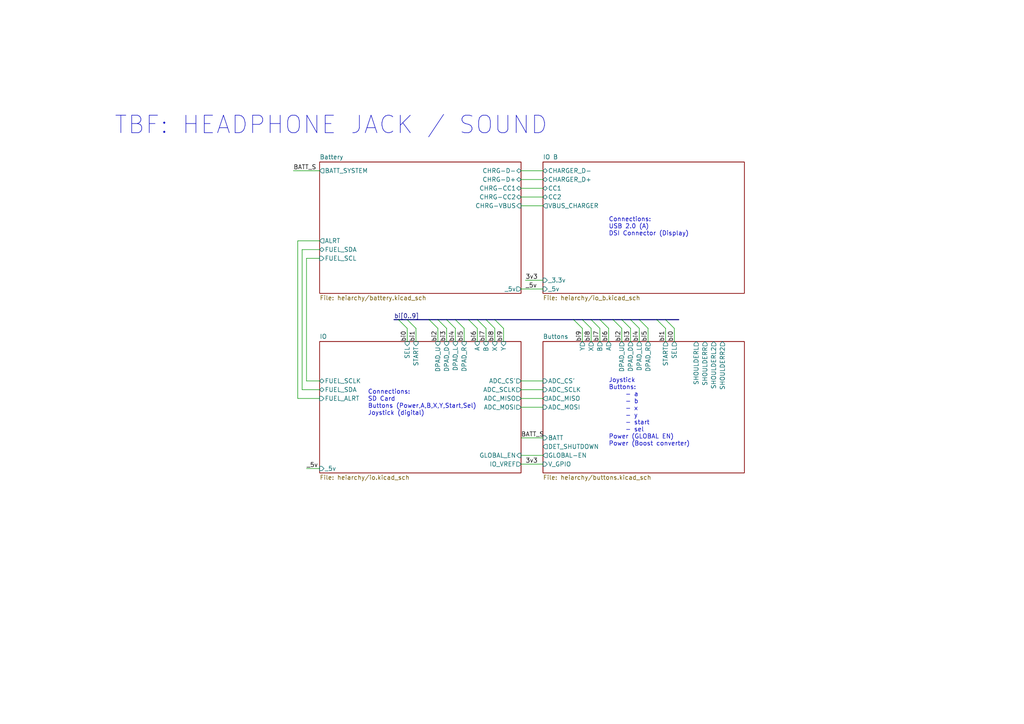
<source format=kicad_sch>
(kicad_sch (version 20211123) (generator eeschema)
  (paper "A4")
  (title_block (title "Cm4 battery carrier") (date "2022-04-23") (rev "Rev1-Pre") (comment 1 "https://github.com/cinnamondev/gamepithing"))
  (lib_symbols)
  (bus_entry (at 182.88 92.71) (size 2.54 2.54))
  (bus_entry (at 132.08 92.71) (size 2.54 2.54))
  (bus_entry (at 118.11 92.71) (size 2.54 2.54))
  (bus_entry (at 185.42 92.71) (size 2.54 2.54))
  (bus_entry (at 140.97 92.71) (size 2.54 2.54))
  (bus_entry (at 143.51 92.71) (size 2.54 2.54))
  (bus_entry (at 129.54 92.71) (size 2.54 2.54))
  (bus_entry (at 168.91 92.71) (size 2.54 2.54))
  (bus_entry (at 124.46 92.71) (size 2.54 2.54))
  (bus_entry (at 166.37 92.71) (size 2.54 2.54))
  (bus_entry (at 190.5 92.71) (size 2.54 2.54))
  (bus_entry (at 138.43 92.71) (size 2.54 2.54))
  (bus_entry (at 173.99 92.71) (size 2.54 2.54))
  (bus_entry (at 180.34 92.71) (size 2.54 2.54))
  (bus_entry (at 171.45 92.71) (size 2.54 2.54))
  (bus_entry (at 177.8 92.71) (size 2.54 2.54))
  (bus_entry (at 115.57 92.71) (size 2.54 2.54))
  (bus_entry (at 127 92.71) (size 2.54 2.54))
  (bus_entry (at 135.89 92.71) (size 2.54 2.54))
  (bus_entry (at 193.04 92.71) (size 2.54 2.54))
  (bus (pts (xy 168.91 92.71) (xy 171.45 92.71)))
  (bus (pts (xy 143.51 92.71) (xy 166.37 92.71)))
  (wire (pts (xy 193.04 95.25) (xy 193.04 99.06)))
  (wire (pts (xy 152.4 81.28) (xy 157.48 81.28)))
  (wire (pts (xy 151.13 49.53) (xy 157.48 49.53)))
  (bus (pts (xy 135.89 92.71) (xy 138.43 92.71)))
  (bus (pts (xy 124.46 92.71) (xy 127 92.71)))
  (wire (pts (xy 92.71 72.39) (xy 87.63 72.39)))
  (wire (pts (xy 151.13 132.08) (xy 157.48 132.08)))
  (wire (pts (xy 86.36 115.57) (xy 86.36 69.85)))
  (wire (pts (xy 151.13 127) (xy 157.48 127)))
  (wire (pts (xy 151.13 113.03) (xy 157.48 113.03)))
  (wire (pts (xy 132.08 95.25) (xy 132.08 99.06)))
  (wire (pts (xy 87.63 72.39) (xy 87.63 113.03)))
  (wire (pts (xy 127 95.25) (xy 127 99.06)))
  (wire (pts (xy 146.05 95.25) (xy 146.05 99.06)))
  (wire (pts (xy 151.13 110.49) (xy 157.48 110.49)))
  (wire (pts (xy 88.9 135.89) (xy 92.71 135.89)))
  (bus (pts (xy 171.45 92.71) (xy 173.99 92.71)))
  (wire (pts (xy 88.9 110.49) (xy 88.9 74.93)))
  (bus (pts (xy 190.5 92.71) (xy 193.04 92.71)))
  (wire (pts (xy 151.13 57.15) (xy 157.48 57.15)))
  (bus (pts (xy 193.04 92.71) (xy 196.85 92.71)))
  (wire (pts (xy 151.13 59.69) (xy 157.48 59.69)))
  (wire (pts (xy 138.43 95.25) (xy 138.43 99.06)))
  (wire (pts (xy 195.58 95.25) (xy 195.58 99.06)))
  (bus (pts (xy 138.43 92.71) (xy 140.97 92.71)))
  (bus (pts (xy 166.37 92.71) (xy 168.91 92.71)))
  (bus (pts (xy 177.8 92.71) (xy 180.34 92.71)))
  (wire (pts (xy 151.13 52.07) (xy 157.48 52.07)))
  (wire (pts (xy 187.96 95.25) (xy 187.96 99.06)))
  (wire (pts (xy 118.11 95.25) (xy 118.11 99.06)))
  (wire (pts (xy 151.13 115.57) (xy 157.48 115.57)))
  (wire (pts (xy 134.62 95.25) (xy 134.62 99.06)))
  (wire (pts (xy 151.13 54.61) (xy 157.48 54.61)))
  (wire (pts (xy 92.71 115.57) (xy 86.36 115.57)))
  (wire (pts (xy 173.99 95.25) (xy 173.99 99.06)))
  (wire (pts (xy 88.9 74.93) (xy 92.71 74.93)))
  (wire (pts (xy 86.36 69.85) (xy 92.71 69.85)))
  (bus (pts (xy 173.99 92.71) (xy 177.8 92.71)))
  (wire (pts (xy 87.63 113.03) (xy 92.71 113.03)))
  (bus (pts (xy 129.54 92.71) (xy 132.08 92.71)))
  (wire (pts (xy 180.34 95.25) (xy 180.34 99.06)))
  (wire (pts (xy 129.54 95.25) (xy 129.54 99.06)))
  (bus (pts (xy 115.57 92.71) (xy 118.11 92.71)))
  (wire (pts (xy 120.65 95.25) (xy 120.65 99.06)))
  (wire (pts (xy 182.88 95.25) (xy 182.88 99.06)))
  (wire (pts (xy 151.13 118.11) (xy 157.48 118.11)))
  (bus (pts (xy 140.97 92.71) (xy 143.51 92.71)))
  (bus (pts (xy 114.3 92.71) (xy 115.57 92.71)))
  (bus (pts (xy 185.42 92.71) (xy 190.5 92.71)))
  (bus (pts (xy 132.08 92.71) (xy 135.89 92.71)))
  (wire (pts (xy 171.45 95.25) (xy 171.45 99.06)))
  (wire (pts (xy 140.97 95.25) (xy 140.97 99.06)))
  (wire (pts (xy 185.42 95.25) (xy 185.42 99.06)))
  (wire (pts (xy 168.91 95.25) (xy 168.91 99.06)))
  (bus (pts (xy 180.34 92.71) (xy 182.88 92.71)))
  (wire (pts (xy 157.48 134.62) (xy 151.13 134.62)))
  (wire (pts (xy 143.51 95.25) (xy 143.51 99.06)))
  (bus (pts (xy 127 92.71) (xy 129.54 92.71)))
  (wire (pts (xy 151.13 83.82) (xy 157.48 83.82)))
  (wire (pts (xy 85.09 49.53) (xy 92.71 49.53)))
  (wire (pts (xy 176.53 95.25) (xy 176.53 99.06)))
  (bus (pts (xy 182.88 92.71) (xy 185.42 92.71)))
  (wire (pts (xy 92.71 110.49) (xy 88.9 110.49)))
  (bus (pts (xy 118.11 92.71) (xy 124.46 92.71)))
  (text "Joystick\nButtons:\n	- a\n	- b\n	- x\n	- y \n	- start\n	- sel\nPower (GLOBAL EN)\nPower (Boost converter)" (at 176.53 129.54 0) (effects (font (size 1.27 1.27)) (justify left bottom)))
  (text "Connections:\nUSB 2.0 (A)\nDSI Connector (Display)\n" (at 176.53 68.58 0) (effects (font (size 1.27 1.27)) (justify left bottom)))
  (text "TBF: HEADPHONE JACK / SOUND" (at 33.02 39.37 0) (effects (font (size 5.08 5.08)) (justify left bottom)))
  (text "Connections:\nSD Card\nButtons (Power,A,B,X,Y,Start,Sel)\nJoystick (digital)\n" (at 106.68 120.65 0) (effects (font (size 1.27 1.27)) (justify left bottom)))
  (label "bi2" (at 180.34 99.06 90))
  (label "3v3" (at 152.4 134.62 0))
  (label "bi1" (at 120.65 99.06 90))
  (label "BATT_S" (at 85.09 49.53 0))
  (label "bi2" (at 127 99.06 90))
  (label "bi9" (at 168.91 99.06 90))
  (label "bi4" (at 185.42 99.06 90))
  (label "_5v" (at 152.4 83.82 0))
  (label "3v3" (at 152.4 81.28 0))
  (label "bi0" (at 195.58 99.06 90))
  (label "bi[0..9]" (at 114.3 92.71 0))
  (label "bi8" (at 143.51 99.06 90))
  (label "bi6" (at 176.53 99.06 90))
  (label "bi5" (at 134.62 99.06 90))
  (label "bi5" (at 187.96 99.06 90))
  (label "bi7" (at 140.97 99.06 90))
  (label "bi0" (at 118.11 99.06 90))
  (label "bi8" (at 171.45 99.06 90))
  (label "bi3" (at 129.54 99.06 90))
  (label "_5v" (at 88.9 135.89 0))
  (label "BATT_S" (at 151.13 127 0))
  (label "bi9" (at 146.05 99.06 90))
  (label "bi4" (at 132.08 99.06 90))
  (label "bi7" (at 173.99 99.06 90))
  (label "bi3" (at 182.88 99.06 90))
  (label "bi6" (at 138.43 99.06 90))
  (label "bi1" (at 193.04 99.06 90))
  (sheet (at 92.71 99.06) (size 58.42 38.1) (stroke (width 0.1524))
    (property "Sheet name" "IO" (at 92.71 98.3484 0) (effects (justify left bottom)))
    (property "Sheet file" "heiarchy/io.kicad_sch" (at 92.71 137.7446 0) (effects (justify left top)))
    (pin "_5v" input (at 92.71 135.89 180))
    (pin "IO_VREF" output (at 151.13 134.62 0))
    (pin "GLOBAL_EN" input (at 151.13 132.08 0))
    (pin "ADC_SCLK" output (at 151.13 113.03 0))
    (pin "ADC_MISO" output (at 151.13 115.57 0))
    (pin "ADC_CS'" output (at 151.13 110.49 0))
    (pin "X" input (at 143.51 99.06 90))
    (pin "B" input (at 140.97 99.06 90))
    (pin "A" input (at 138.43 99.06 90))
    (pin "SEL" input (at 118.11 99.06 90))
    (pin "Y" input (at 146.05 99.06 90))
    (pin "START" input (at 120.65 99.06 90))
    (pin "ADC_MOSI" output (at 151.13 118.11 0))
    (pin "DPAD_L" input (at 132.08 99.06 90))
    (pin "DPAD_U" input (at 127 99.06 90))
    (pin "DPAD_D" input (at 129.54 99.06 90))
    (pin "DPAD_R" input (at 134.62 99.06 90))
    (pin "FUEL_SDA" bidirectional (at 92.71 113.03 180))
    (pin "FUEL_SCLK" bidirectional (at 92.71 110.49 180))
    (pin "FUEL_ALRT" input (at 92.71 115.57 180))
  )
  (sheet (at 92.71 46.99) (size 58.42 38.1) (stroke (width 0.1524))
    (property "Sheet name" "Battery" (at 92.71 46.2784 0) (effects (justify left bottom)))
    (property "Sheet file" "heiarchy/battery.kicad_sch" (at 92.71 85.6746 0) (effects (justify left top)))
    (pin "CHRG-D-" bidirectional (at 151.13 49.53 0))
    (pin "CHRG-D+" bidirectional (at 151.13 52.07 0))
    (pin "CHRG-CC1" bidirectional (at 151.13 54.61 0))
    (pin "CHRG-CC2" bidirectional (at 151.13 57.15 0))
    (pin "CHRG-VBUS" input (at 151.13 59.69 0))
    (pin "_5v" output (at 151.13 83.82 0))
    (pin "ALRT" output (at 92.71 69.85 180))
    (pin "FUEL_SDA" bidirectional (at 92.71 72.39 180))
    (pin "FUEL_SCL" input (at 92.71 74.93 180))
    (pin "BATT_SYSTEM" output (at 92.71 49.53 180))
  )
  (sheet (at 157.48 46.99) (size 58.42 38.1) (stroke (width 0.1524))
    (property "Sheet name" "IO B" (at 157.48 46.2784 0) (effects (justify left bottom)))
    (property "Sheet file" "heiarchy/io_b.kicad_sch" (at 157.48 85.6746 0) (effects (justify left top)))
    (pin "VBUS_CHARGER" output (at 157.48 59.69 180))
    (pin "_5v" input (at 157.48 83.82 180))
    (pin "CC1" bidirectional (at 157.48 54.61 180))
    (pin "CC2" bidirectional (at 157.48 57.15 180))
    (pin "CHARGER_D-" bidirectional (at 157.48 49.53 180))
    (pin "CHARGER_D+" bidirectional (at 157.48 52.07 180))
    (pin "_3.3v" input (at 157.48 81.28 180))
  )
  (sheet (at 157.48 99.06) (size 58.42 38.1) (stroke (width 0.1524))
    (property "Sheet name" "Buttons" (at 157.48 98.3484 0) (effects (justify left bottom)))
    (property "Sheet file" "heiarchy/buttons.kicad_sch" (at 157.48 137.7446 0) (effects (justify left top)))
    (pin "GLOBAL-EN" output (at 157.48 132.08 180))
    (pin "V_GPIO" input (at 157.48 134.62 180))
    (pin "B" output (at 173.99 99.06 90))
    (pin "DPAD_R" output (at 187.96 99.06 90))
    (pin "ADC_SCLK" input (at 157.48 113.03 180))
    (pin "ADC_MISO" output (at 157.48 115.57 180))
    (pin "ADC_CS'" input (at 157.48 110.49 180))
    (pin "ADC_MOSI" input (at 157.48 118.11 180))
    (pin "A" output (at 176.53 99.06 90))
    (pin "Y" output (at 168.91 99.06 90))
    (pin "X" output (at 171.45 99.06 90))
    (pin "DPAD_L" output (at 185.42 99.06 90))
    (pin "START" output (at 193.04 99.06 90))
    (pin "SEL" output (at 195.58 99.06 90))
    (pin "DET_SHUTDOWN" output (at 157.48 129.54 180))
    (pin "DPAD_D" output (at 182.88 99.06 90))
    (pin "DPAD_U" output (at 180.34 99.06 90))
    (pin "BATT" input (at 157.48 127 180))
    (pin "SHOULDERL" output (at 201.93 99.06 90))
    (pin "SHOULDERR" output (at 204.47 99.06 90))
    (pin "SHOULDERL2" output (at 207.01 99.06 90))
    (pin "SHOULDERR2" output (at 209.55 99.06 90))
  )
)
</source>
